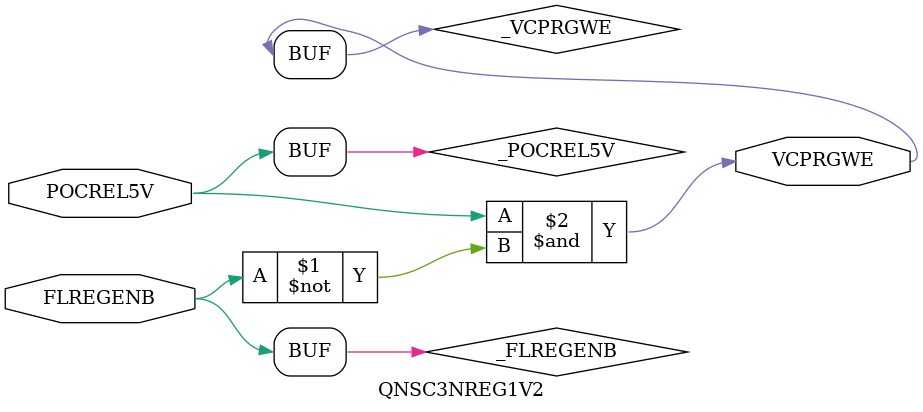
<source format=v>
/*
##################################################################
#   PDB Version : v1.01
#   LIB Version : v1.01
#   MF3_SS3rd Series Regulator Macro for Flash
#   Macro Name : QNSC3NREG1V2
##################################################################
*/

`timescale 1ps / 1ps
`celldefine
`ifdef verifault
    `suppress_faults
    `enable_portfaults
`endif

module QNSC3NREG1V2 ( POCREL5V, FLREGENB, VCPRGWE );

output  VCPRGWE;
input   POCREL5V;
input   FLREGENB;

buf (_FLREGENB, FLREGENB);
buf (_POCREL5V, POCREL5V);
buf (VCPRGWE, _VCPRGWE);

assign _VCPRGWE = _POCREL5V & ~_FLREGENB;

`ifdef QNSXXXX_ASSERT_ON
`include "./ast/sv_file/QNSC3NREG1V2.sv"
`endif

endmodule

`ifdef verifault
    `nosuppress_faults
    `disable_portfaults
`endif
`endcelldefine


</source>
